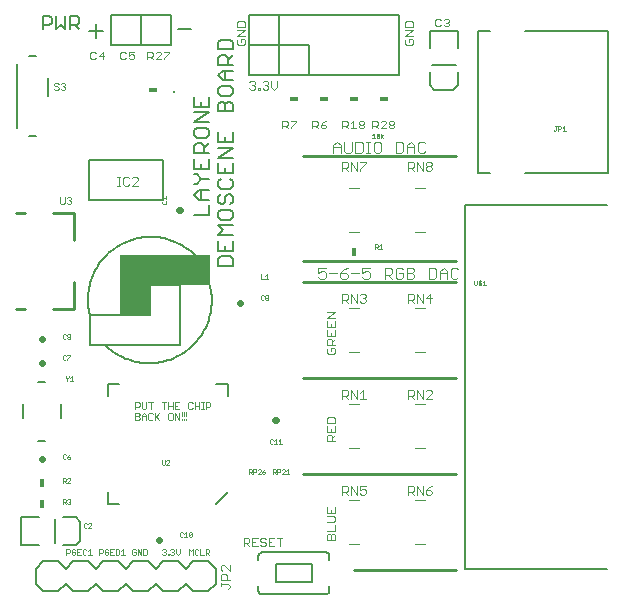
<source format=gto>
G75*
%MOIN*%
%OFA0B0*%
%FSLAX24Y24*%
%IPPOS*%
%LPD*%
%AMOC8*
5,1,8,0,0,1.08239X$1,22.5*
%
%ADD10C,0.0070*%
%ADD11C,0.0060*%
%ADD12C,0.0100*%
%ADD13C,0.0030*%
%ADD14C,0.0020*%
%ADD15C,0.0080*%
%ADD16C,0.0050*%
%ADD17C,0.0040*%
%ADD18C,0.0010*%
%ADD19R,0.0300X0.0180*%
%ADD20R,0.0098X0.0098*%
%ADD21C,0.0220*%
%ADD22R,0.0180X0.0300*%
%ADD23R,0.3000X0.1000*%
%ADD24R,0.1000X0.1000*%
D10*
X007402Y011195D02*
X007402Y011440D01*
X007484Y011522D01*
X007811Y011522D01*
X007892Y011440D01*
X007892Y011195D01*
X007402Y011195D01*
X007402Y011711D02*
X007892Y011711D01*
X007892Y012038D01*
X007892Y012226D02*
X007402Y012226D01*
X007565Y012390D01*
X007402Y012553D01*
X007892Y012553D01*
X007811Y012742D02*
X007892Y012824D01*
X007892Y012987D01*
X007811Y013069D01*
X007484Y013069D01*
X007402Y012987D01*
X007402Y012824D01*
X007484Y012742D01*
X007811Y012742D01*
X007811Y013258D02*
X007892Y013339D01*
X007892Y013503D01*
X007811Y013585D01*
X007729Y013585D01*
X007647Y013503D01*
X007647Y013339D01*
X007565Y013258D01*
X007484Y013258D01*
X007402Y013339D01*
X007402Y013503D01*
X007484Y013585D01*
X007484Y013773D02*
X007811Y013773D01*
X007892Y013855D01*
X007892Y014018D01*
X007811Y014100D01*
X007892Y014289D02*
X007402Y014289D01*
X007402Y014616D01*
X007402Y014804D02*
X007892Y015131D01*
X007402Y015131D01*
X007402Y015320D02*
X007892Y015320D01*
X007892Y015647D01*
X007647Y015484D02*
X007647Y015320D01*
X007402Y015320D02*
X007402Y015647D01*
X007092Y015718D02*
X007092Y015555D01*
X007011Y015473D01*
X006684Y015473D01*
X006602Y015555D01*
X006602Y015718D01*
X006684Y015800D01*
X007011Y015800D01*
X007092Y015718D01*
X007092Y015989D02*
X006602Y015989D01*
X007092Y016316D01*
X006602Y016316D01*
X006602Y016504D02*
X007092Y016504D01*
X007092Y016831D01*
X006847Y016668D02*
X006847Y016504D01*
X006602Y016504D02*
X006602Y016831D01*
X007402Y016949D02*
X007484Y016867D01*
X007811Y016867D01*
X007892Y016949D01*
X007892Y017112D01*
X007811Y017194D01*
X007484Y017194D01*
X007402Y017112D01*
X007402Y016949D01*
X007484Y016678D02*
X007565Y016678D01*
X007647Y016597D01*
X007647Y016351D01*
X007402Y016351D02*
X007402Y016597D01*
X007484Y016678D01*
X007647Y016597D02*
X007729Y016678D01*
X007811Y016678D01*
X007892Y016597D01*
X007892Y016351D01*
X007402Y016351D01*
X007565Y017383D02*
X007402Y017546D01*
X007565Y017710D01*
X007892Y017710D01*
X007892Y017898D02*
X007402Y017898D01*
X007402Y018144D01*
X007484Y018225D01*
X007647Y018225D01*
X007729Y018144D01*
X007729Y017898D01*
X007729Y018062D02*
X007892Y018225D01*
X007892Y018414D02*
X007892Y018659D01*
X007811Y018741D01*
X007484Y018741D01*
X007402Y018659D01*
X007402Y018414D01*
X007892Y018414D01*
X007647Y017710D02*
X007647Y017383D01*
X007565Y017383D02*
X007892Y017383D01*
X007092Y015285D02*
X006929Y015121D01*
X006929Y015203D02*
X006929Y014958D01*
X007092Y014958D02*
X006602Y014958D01*
X006602Y015203D01*
X006684Y015285D01*
X006847Y015285D01*
X006929Y015203D01*
X007092Y014769D02*
X007092Y014442D01*
X006602Y014442D01*
X006602Y014769D01*
X006847Y014605D02*
X006847Y014442D01*
X006684Y014253D02*
X006602Y014253D01*
X006684Y014253D02*
X006847Y014090D01*
X007092Y014090D01*
X006847Y014090D02*
X006684Y013926D01*
X006602Y013926D01*
X006765Y013738D02*
X007092Y013738D01*
X006847Y013738D02*
X006847Y013411D01*
X006765Y013411D02*
X006602Y013574D01*
X006765Y013738D01*
X006765Y013411D02*
X007092Y013411D01*
X007092Y013222D02*
X007092Y012895D01*
X006602Y012895D01*
X007402Y012038D02*
X007402Y011711D01*
X007647Y011711D02*
X007647Y011874D01*
X007484Y013773D02*
X007402Y013855D01*
X007402Y014018D01*
X007484Y014100D01*
X007647Y014289D02*
X007647Y014452D01*
X007892Y014289D02*
X007892Y014616D01*
X007892Y014804D02*
X007402Y014804D01*
D11*
X005557Y014741D02*
X005557Y013379D01*
X003097Y013379D01*
X003097Y014741D01*
X005557Y014741D01*
X008427Y017560D02*
X008427Y018560D01*
X009427Y018560D01*
X009427Y017560D01*
X008427Y017560D01*
X009427Y017560D02*
X010427Y017560D01*
X010427Y018560D01*
X009427Y018560D01*
X009427Y019560D01*
X008427Y019560D01*
X008427Y018560D01*
X009427Y018560D02*
X009427Y019560D01*
X013427Y019560D01*
X013427Y017560D01*
X010427Y017560D01*
X009427Y017560D02*
X009427Y018560D01*
X006484Y019110D02*
X006057Y019110D01*
X005827Y019560D02*
X004827Y019560D01*
X004827Y018560D01*
X003827Y018560D01*
X003827Y019560D01*
X004827Y019560D01*
X005827Y019560D02*
X005827Y018560D01*
X004827Y018560D01*
X003581Y019024D02*
X003114Y019024D01*
X003347Y019257D02*
X003347Y018790D01*
D12*
X010227Y014860D02*
X015327Y014860D01*
X015327Y011360D02*
X010227Y011360D01*
X010227Y010660D02*
X015327Y010660D01*
X015327Y007460D02*
X010227Y007460D01*
X010227Y004260D02*
X015327Y004260D01*
X015327Y001060D02*
X011927Y001060D01*
X002608Y009746D02*
X001900Y009746D01*
X002608Y009746D02*
X002608Y010651D01*
X002608Y012069D02*
X002608Y012974D01*
X001900Y012974D01*
X000955Y012974D02*
X000679Y012974D01*
X000679Y009746D02*
X000955Y009746D01*
D13*
X004042Y013875D02*
X004139Y013875D01*
X004091Y013875D02*
X004091Y014165D01*
X004139Y014165D02*
X004042Y014165D01*
X004239Y014117D02*
X004239Y013923D01*
X004287Y013875D01*
X004384Y013875D01*
X004432Y013923D01*
X004533Y013875D02*
X004727Y014068D01*
X004727Y014117D01*
X004679Y014165D01*
X004582Y014165D01*
X004533Y014117D01*
X004432Y014117D02*
X004384Y014165D01*
X004287Y014165D01*
X004239Y014117D01*
X004533Y013875D02*
X004727Y013875D01*
X008442Y017123D02*
X008491Y017075D01*
X008587Y017075D01*
X008636Y017123D01*
X008636Y017172D01*
X008587Y017220D01*
X008539Y017220D01*
X008587Y017220D02*
X008636Y017268D01*
X008636Y017317D01*
X008587Y017365D01*
X008491Y017365D01*
X008442Y017317D01*
X008737Y017123D02*
X008785Y017123D01*
X008785Y017075D01*
X008737Y017075D01*
X008737Y017123D01*
X008884Y017123D02*
X008933Y017075D01*
X009029Y017075D01*
X009078Y017123D01*
X009078Y017172D01*
X009029Y017220D01*
X008981Y017220D01*
X009029Y017220D02*
X009078Y017268D01*
X009078Y017317D01*
X009029Y017365D01*
X008933Y017365D01*
X008884Y017317D01*
X009179Y017365D02*
X009179Y017172D01*
X009276Y017075D01*
X009372Y017172D01*
X009372Y017365D01*
X008264Y018575D02*
X008070Y018575D01*
X008022Y018623D01*
X008022Y018720D01*
X008070Y018768D01*
X008167Y018768D02*
X008167Y018672D01*
X008167Y018768D02*
X008264Y018768D01*
X008312Y018720D01*
X008312Y018623D01*
X008264Y018575D01*
X008312Y018870D02*
X008022Y018870D01*
X008312Y019063D01*
X008022Y019063D01*
X008022Y019164D02*
X008022Y019309D01*
X008070Y019358D01*
X008264Y019358D01*
X008312Y019309D01*
X008312Y019164D01*
X008022Y019164D01*
X011366Y015345D02*
X011242Y015222D01*
X011242Y014975D01*
X011242Y015160D02*
X011489Y015160D01*
X011489Y015222D02*
X011489Y014975D01*
X011611Y015037D02*
X011672Y014975D01*
X011796Y014975D01*
X011858Y015037D01*
X011858Y015345D01*
X011979Y015345D02*
X012164Y015345D01*
X012226Y015284D01*
X012226Y015037D01*
X012164Y014975D01*
X011979Y014975D01*
X011979Y015345D01*
X011611Y015345D02*
X011611Y015037D01*
X011489Y015222D02*
X011366Y015345D01*
X011542Y014665D02*
X011687Y014665D01*
X011736Y014617D01*
X011736Y014520D01*
X011687Y014472D01*
X011542Y014472D01*
X011542Y014375D02*
X011542Y014665D01*
X011639Y014472D02*
X011736Y014375D01*
X011837Y014375D02*
X011837Y014665D01*
X012031Y014375D01*
X012031Y014665D01*
X012132Y014665D02*
X012325Y014665D01*
X012325Y014617D01*
X012132Y014423D01*
X012132Y014375D01*
X012347Y014975D02*
X012471Y014975D01*
X012409Y014975D02*
X012409Y015345D01*
X012347Y015345D02*
X012471Y015345D01*
X012593Y015284D02*
X012593Y015037D01*
X012655Y014975D01*
X012778Y014975D01*
X012840Y015037D01*
X012840Y015284D01*
X012778Y015345D01*
X012655Y015345D01*
X012593Y015284D01*
X013329Y015345D02*
X013329Y014975D01*
X013515Y014975D01*
X013576Y015037D01*
X013576Y015284D01*
X013515Y015345D01*
X013329Y015345D01*
X013698Y015222D02*
X013821Y015345D01*
X013945Y015222D01*
X013945Y014975D01*
X014066Y015037D02*
X014128Y014975D01*
X014251Y014975D01*
X014313Y015037D01*
X014313Y015284D02*
X014251Y015345D01*
X014128Y015345D01*
X014066Y015284D01*
X014066Y015037D01*
X013945Y015160D02*
X013698Y015160D01*
X013698Y015222D02*
X013698Y014975D01*
X013742Y014665D02*
X013887Y014665D01*
X013936Y014617D01*
X013936Y014520D01*
X013887Y014472D01*
X013742Y014472D01*
X013742Y014375D02*
X013742Y014665D01*
X013839Y014472D02*
X013936Y014375D01*
X014037Y014375D02*
X014037Y014665D01*
X014231Y014375D01*
X014231Y014665D01*
X014332Y014617D02*
X014332Y014568D01*
X014380Y014520D01*
X014477Y014520D01*
X014525Y014472D01*
X014525Y014423D01*
X014477Y014375D01*
X014380Y014375D01*
X014332Y014423D01*
X014332Y014472D01*
X014380Y014520D01*
X014477Y014520D02*
X014525Y014568D01*
X014525Y014617D01*
X014477Y014665D01*
X014380Y014665D01*
X014332Y014617D01*
X014426Y011145D02*
X014611Y011145D01*
X014672Y011084D01*
X014672Y010837D01*
X014611Y010775D01*
X014426Y010775D01*
X014426Y011145D01*
X014794Y011022D02*
X014794Y010775D01*
X014794Y010960D02*
X015041Y010960D01*
X015041Y011022D02*
X014917Y011145D01*
X014794Y011022D01*
X015041Y011022D02*
X015041Y010775D01*
X015162Y010837D02*
X015224Y010775D01*
X015347Y010775D01*
X015409Y010837D01*
X015409Y011084D02*
X015347Y011145D01*
X015224Y011145D01*
X015162Y011084D01*
X015162Y010837D01*
X014477Y010265D02*
X014332Y010120D01*
X014525Y010120D01*
X014477Y009975D02*
X014477Y010265D01*
X014231Y010265D02*
X014231Y009975D01*
X014037Y010265D01*
X014037Y009975D01*
X013936Y009975D02*
X013839Y010072D01*
X013887Y010072D02*
X013742Y010072D01*
X013742Y009975D02*
X013742Y010265D01*
X013887Y010265D01*
X013936Y010217D01*
X013936Y010120D01*
X013887Y010072D01*
X013874Y010775D02*
X013689Y010775D01*
X013689Y011145D01*
X013874Y011145D01*
X013936Y011084D01*
X013936Y011022D01*
X013874Y010960D01*
X013689Y010960D01*
X013567Y010960D02*
X013444Y010960D01*
X013567Y010960D02*
X013567Y010837D01*
X013506Y010775D01*
X013382Y010775D01*
X013321Y010837D01*
X013321Y011084D01*
X013382Y011145D01*
X013506Y011145D01*
X013567Y011084D01*
X013874Y010960D02*
X013936Y010898D01*
X013936Y010837D01*
X013874Y010775D01*
X013199Y010775D02*
X013076Y010898D01*
X013137Y010898D02*
X012952Y010898D01*
X012952Y010775D02*
X012952Y011145D01*
X013137Y011145D01*
X013199Y011084D01*
X013199Y010960D01*
X013137Y010898D01*
X012462Y010837D02*
X012401Y010775D01*
X012277Y010775D01*
X012216Y010837D01*
X012216Y010960D02*
X012339Y011022D01*
X012401Y011022D01*
X012462Y010960D01*
X012462Y010837D01*
X012216Y010960D02*
X012216Y011145D01*
X012462Y011145D01*
X012094Y010960D02*
X011847Y010960D01*
X011726Y010898D02*
X011664Y010960D01*
X011479Y010960D01*
X011479Y010837D01*
X011541Y010775D01*
X011664Y010775D01*
X011726Y010837D01*
X011726Y010898D01*
X011602Y011084D02*
X011479Y010960D01*
X011358Y010960D02*
X011111Y010960D01*
X010989Y010960D02*
X010928Y011022D01*
X010866Y011022D01*
X010742Y010960D01*
X010742Y011145D01*
X010989Y011145D01*
X010989Y010960D02*
X010989Y010837D01*
X010928Y010775D01*
X010804Y010775D01*
X010742Y010837D01*
X011602Y011084D02*
X011726Y011145D01*
X011687Y010265D02*
X011736Y010217D01*
X011736Y010120D01*
X011687Y010072D01*
X011542Y010072D01*
X011542Y009975D02*
X011542Y010265D01*
X011687Y010265D01*
X011837Y010265D02*
X012031Y009975D01*
X012031Y010265D01*
X012132Y010217D02*
X012180Y010265D01*
X012277Y010265D01*
X012325Y010217D01*
X012325Y010168D01*
X012277Y010120D01*
X012325Y010072D01*
X012325Y010023D01*
X012277Y009975D01*
X012180Y009975D01*
X012132Y010023D01*
X012228Y010120D02*
X012277Y010120D01*
X011837Y009975D02*
X011837Y010265D01*
X011639Y010072D02*
X011736Y009975D01*
X011312Y009647D02*
X011022Y009647D01*
X011022Y009454D02*
X011312Y009647D01*
X011312Y009454D02*
X011022Y009454D01*
X011022Y009352D02*
X011022Y009159D01*
X011312Y009159D01*
X011312Y009352D01*
X011167Y009256D02*
X011167Y009159D01*
X011022Y009058D02*
X011022Y008864D01*
X011312Y008864D01*
X011312Y009058D01*
X011167Y008961D02*
X011167Y008864D01*
X011167Y008763D02*
X011216Y008715D01*
X011216Y008570D01*
X011312Y008570D02*
X011022Y008570D01*
X011022Y008715D01*
X011070Y008763D01*
X011167Y008763D01*
X011216Y008666D02*
X011312Y008763D01*
X011264Y008468D02*
X011167Y008468D01*
X011167Y008372D01*
X011070Y008468D02*
X011022Y008420D01*
X011022Y008323D01*
X011070Y008275D01*
X011264Y008275D01*
X011312Y008323D01*
X011312Y008420D01*
X011264Y008468D01*
X011542Y007065D02*
X011687Y007065D01*
X011736Y007017D01*
X011736Y006920D01*
X011687Y006872D01*
X011542Y006872D01*
X011542Y006775D02*
X011542Y007065D01*
X011639Y006872D02*
X011736Y006775D01*
X011837Y006775D02*
X011837Y007065D01*
X012031Y006775D01*
X012031Y007065D01*
X012132Y006968D02*
X012228Y007065D01*
X012228Y006775D01*
X012132Y006775D02*
X012325Y006775D01*
X011312Y006109D02*
X011312Y005964D01*
X011022Y005964D01*
X011022Y006109D01*
X011070Y006158D01*
X011264Y006158D01*
X011312Y006109D01*
X011312Y005863D02*
X011312Y005670D01*
X011022Y005670D01*
X011022Y005863D01*
X011167Y005766D02*
X011167Y005670D01*
X011167Y005568D02*
X011216Y005520D01*
X011216Y005375D01*
X011312Y005375D02*
X011022Y005375D01*
X011022Y005520D01*
X011070Y005568D01*
X011167Y005568D01*
X011216Y005472D02*
X011312Y005568D01*
X011542Y003865D02*
X011687Y003865D01*
X011736Y003817D01*
X011736Y003720D01*
X011687Y003672D01*
X011542Y003672D01*
X011542Y003575D02*
X011542Y003865D01*
X011639Y003672D02*
X011736Y003575D01*
X011837Y003575D02*
X011837Y003865D01*
X012031Y003575D01*
X012031Y003865D01*
X012132Y003865D02*
X012132Y003720D01*
X012228Y003768D01*
X012277Y003768D01*
X012325Y003720D01*
X012325Y003623D01*
X012277Y003575D01*
X012180Y003575D01*
X012132Y003623D01*
X012132Y003865D02*
X012325Y003865D01*
X011312Y003152D02*
X011312Y002959D01*
X011022Y002959D01*
X011022Y003152D01*
X011167Y003056D02*
X011167Y002959D01*
X011264Y002858D02*
X011022Y002858D01*
X011022Y002664D02*
X011264Y002664D01*
X011312Y002713D01*
X011312Y002809D01*
X011264Y002858D01*
X011312Y002563D02*
X011312Y002370D01*
X011022Y002370D01*
X011070Y002268D02*
X011022Y002220D01*
X011022Y002075D01*
X011312Y002075D01*
X011312Y002220D01*
X011264Y002268D01*
X011216Y002268D01*
X011167Y002220D01*
X011167Y002075D01*
X011167Y002220D02*
X011119Y002268D01*
X011070Y002268D01*
X013742Y003575D02*
X013742Y003865D01*
X013887Y003865D01*
X013936Y003817D01*
X013936Y003720D01*
X013887Y003672D01*
X013742Y003672D01*
X013839Y003672D02*
X013936Y003575D01*
X014037Y003575D02*
X014037Y003865D01*
X014231Y003575D01*
X014231Y003865D01*
X014332Y003720D02*
X014428Y003817D01*
X014525Y003865D01*
X014477Y003720D02*
X014332Y003720D01*
X014332Y003623D01*
X014380Y003575D01*
X014477Y003575D01*
X014525Y003623D01*
X014525Y003672D01*
X014477Y003720D01*
X014525Y006775D02*
X014332Y006775D01*
X014525Y006968D01*
X014525Y007017D01*
X014477Y007065D01*
X014380Y007065D01*
X014332Y007017D01*
X014231Y007065D02*
X014231Y006775D01*
X014037Y007065D01*
X014037Y006775D01*
X013936Y006775D02*
X013839Y006872D01*
X013887Y006872D02*
X013742Y006872D01*
X013742Y006775D02*
X013742Y007065D01*
X013887Y007065D01*
X013936Y007017D01*
X013936Y006920D01*
X013887Y006872D01*
X007792Y001228D02*
X007792Y001034D01*
X007599Y001228D01*
X007550Y001228D01*
X007502Y001179D01*
X007502Y001083D01*
X007550Y001034D01*
X007550Y000933D02*
X007647Y000933D01*
X007696Y000885D01*
X007696Y000740D01*
X007792Y000740D02*
X007502Y000740D01*
X007502Y000885D01*
X007550Y000933D01*
X007502Y000638D02*
X007502Y000542D01*
X007502Y000590D02*
X007744Y000590D01*
X007792Y000542D01*
X007792Y000493D01*
X007744Y000445D01*
X013670Y018575D02*
X013864Y018575D01*
X013912Y018623D01*
X013912Y018720D01*
X013864Y018768D01*
X013767Y018768D01*
X013767Y018672D01*
X013670Y018768D02*
X013622Y018720D01*
X013622Y018623D01*
X013670Y018575D01*
X013622Y018870D02*
X013912Y019063D01*
X013622Y019063D01*
X013622Y019164D02*
X013622Y019309D01*
X013670Y019358D01*
X013864Y019358D01*
X013912Y019309D01*
X013912Y019164D01*
X013622Y019164D01*
X013622Y018870D02*
X013912Y018870D01*
D14*
X012832Y015610D02*
X012832Y015470D01*
X012832Y015517D02*
X012902Y015563D01*
X012832Y015517D02*
X012902Y015470D01*
X012778Y015493D02*
X012755Y015470D01*
X012708Y015470D01*
X012685Y015493D01*
X012778Y015587D01*
X012778Y015493D01*
X012685Y015493D02*
X012685Y015587D01*
X012708Y015610D01*
X012755Y015610D01*
X012778Y015587D01*
X012631Y015470D02*
X012537Y015470D01*
X012584Y015470D02*
X012584Y015610D01*
X012537Y015563D01*
X015937Y010710D02*
X015937Y010593D01*
X015961Y010570D01*
X016007Y010570D01*
X016031Y010593D01*
X016031Y010710D01*
X016085Y010687D02*
X016108Y010710D01*
X016155Y010710D01*
X016178Y010687D01*
X016155Y010640D02*
X016108Y010640D01*
X016085Y010663D01*
X016085Y010687D01*
X016131Y010733D02*
X016131Y010547D01*
X016108Y010570D02*
X016155Y010570D01*
X016178Y010593D01*
X016178Y010617D01*
X016155Y010640D01*
X016232Y010663D02*
X016279Y010710D01*
X016279Y010570D01*
X016325Y010570D02*
X016232Y010570D01*
X016108Y010570D02*
X016085Y010593D01*
X007141Y006613D02*
X007141Y006540D01*
X007105Y006503D01*
X006995Y006503D01*
X006995Y006430D02*
X006995Y006650D01*
X007105Y006650D01*
X007141Y006613D01*
X006921Y006650D02*
X006847Y006650D01*
X006884Y006650D02*
X006884Y006430D01*
X006847Y006430D02*
X006921Y006430D01*
X006773Y006430D02*
X006773Y006650D01*
X006773Y006540D02*
X006626Y006540D01*
X006552Y006467D02*
X006515Y006430D01*
X006442Y006430D01*
X006405Y006467D01*
X006405Y006613D01*
X006442Y006650D01*
X006515Y006650D01*
X006552Y006613D01*
X006626Y006650D02*
X006626Y006430D01*
X006332Y006327D02*
X006332Y006180D01*
X006332Y006107D02*
X006332Y006070D01*
X006258Y006070D02*
X006258Y006107D01*
X006258Y006180D02*
X006258Y006327D01*
X006184Y006327D02*
X006184Y006180D01*
X006184Y006107D02*
X006184Y006070D01*
X006110Y006070D02*
X006110Y006290D01*
X006110Y006430D02*
X005963Y006430D01*
X005963Y006650D01*
X006110Y006650D01*
X006037Y006540D02*
X005963Y006540D01*
X005889Y006540D02*
X005742Y006540D01*
X005742Y006430D02*
X005742Y006650D01*
X005668Y006650D02*
X005521Y006650D01*
X005595Y006650D02*
X005595Y006430D01*
X005447Y006290D02*
X005300Y006143D01*
X005337Y006180D02*
X005447Y006070D01*
X005300Y006070D02*
X005300Y006290D01*
X005226Y006253D02*
X005189Y006290D01*
X005116Y006290D01*
X005079Y006253D01*
X005079Y006107D01*
X005116Y006070D01*
X005189Y006070D01*
X005226Y006107D01*
X005005Y006070D02*
X005005Y006217D01*
X004932Y006290D01*
X004858Y006217D01*
X004858Y006070D01*
X004784Y006107D02*
X004747Y006070D01*
X004637Y006070D01*
X004637Y006290D01*
X004747Y006290D01*
X004784Y006253D01*
X004784Y006217D01*
X004747Y006180D01*
X004637Y006180D01*
X004747Y006180D02*
X004784Y006143D01*
X004784Y006107D01*
X004858Y006180D02*
X005005Y006180D01*
X004968Y006430D02*
X004895Y006430D01*
X004858Y006467D01*
X004858Y006650D01*
X004784Y006613D02*
X004784Y006540D01*
X004747Y006503D01*
X004637Y006503D01*
X004637Y006430D02*
X004637Y006650D01*
X004747Y006650D01*
X004784Y006613D01*
X005005Y006650D02*
X005005Y006467D01*
X004968Y006430D01*
X005153Y006430D02*
X005153Y006650D01*
X005226Y006650D02*
X005079Y006650D01*
X005742Y006253D02*
X005742Y006107D01*
X005779Y006070D01*
X005852Y006070D01*
X005889Y006107D01*
X005889Y006253D01*
X005852Y006290D01*
X005779Y006290D01*
X005742Y006253D01*
X005963Y006290D02*
X006110Y006070D01*
X005963Y006070D02*
X005963Y006290D01*
X005889Y006430D02*
X005889Y006650D01*
X008256Y002138D02*
X008396Y002138D01*
X008443Y002091D01*
X008443Y001998D01*
X008396Y001951D01*
X008256Y001951D01*
X008256Y001857D02*
X008256Y002138D01*
X008350Y001951D02*
X008443Y001857D01*
X008532Y001857D02*
X008719Y001857D01*
X008809Y001904D02*
X008855Y001857D01*
X008949Y001857D01*
X008996Y001904D01*
X008996Y001951D01*
X008949Y001998D01*
X008855Y001998D01*
X008809Y002044D01*
X008809Y002091D01*
X008855Y002138D01*
X008949Y002138D01*
X008996Y002091D01*
X009085Y002138D02*
X009085Y001857D01*
X009272Y001857D01*
X009178Y001998D02*
X009085Y001998D01*
X009085Y002138D02*
X009272Y002138D01*
X009361Y002138D02*
X009548Y002138D01*
X009455Y002138D02*
X009455Y001857D01*
X008719Y002138D02*
X008532Y002138D01*
X008532Y001857D01*
X008532Y001998D02*
X008626Y001998D01*
X007110Y001720D02*
X007110Y001660D01*
X007080Y001630D01*
X006990Y001630D01*
X007050Y001630D02*
X007110Y001570D01*
X006990Y001570D02*
X006990Y001750D01*
X007080Y001750D01*
X007110Y001720D01*
X006926Y001570D02*
X006806Y001570D01*
X006806Y001750D01*
X006742Y001720D02*
X006712Y001750D01*
X006652Y001750D01*
X006622Y001720D01*
X006622Y001600D01*
X006652Y001570D01*
X006712Y001570D01*
X006742Y001600D01*
X006557Y001570D02*
X006557Y001750D01*
X006497Y001690D01*
X006437Y001750D01*
X006437Y001570D01*
X006118Y001630D02*
X006058Y001570D01*
X005998Y001630D01*
X005998Y001750D01*
X005934Y001720D02*
X005934Y001690D01*
X005904Y001660D01*
X005934Y001630D01*
X005934Y001600D01*
X005904Y001570D01*
X005844Y001570D01*
X005814Y001600D01*
X005752Y001600D02*
X005752Y001570D01*
X005722Y001570D01*
X005722Y001600D01*
X005752Y001600D01*
X005657Y001600D02*
X005627Y001570D01*
X005567Y001570D01*
X005537Y001600D01*
X005597Y001660D02*
X005627Y001660D01*
X005657Y001630D01*
X005657Y001600D01*
X005627Y001660D02*
X005657Y001690D01*
X005657Y001720D01*
X005627Y001750D01*
X005567Y001750D01*
X005537Y001720D01*
X005814Y001720D02*
X005844Y001750D01*
X005904Y001750D01*
X005934Y001720D01*
X005904Y001660D02*
X005874Y001660D01*
X006118Y001630D02*
X006118Y001750D01*
X005026Y001720D02*
X005026Y001600D01*
X004996Y001570D01*
X004906Y001570D01*
X004906Y001750D01*
X004996Y001750D01*
X005026Y001720D01*
X004842Y001750D02*
X004842Y001570D01*
X004722Y001750D01*
X004722Y001570D01*
X004657Y001600D02*
X004657Y001660D01*
X004597Y001660D01*
X004537Y001720D02*
X004537Y001600D01*
X004567Y001570D01*
X004627Y001570D01*
X004657Y001600D01*
X004657Y001720D02*
X004627Y001750D01*
X004567Y001750D01*
X004537Y001720D01*
X004294Y001570D02*
X004174Y001570D01*
X004234Y001570D02*
X004234Y001750D01*
X004174Y001690D01*
X004110Y001720D02*
X004110Y001600D01*
X004080Y001570D01*
X003990Y001570D01*
X003990Y001750D01*
X004080Y001750D01*
X004110Y001720D01*
X003926Y001750D02*
X003806Y001750D01*
X003806Y001570D01*
X003926Y001570D01*
X003866Y001660D02*
X003806Y001660D01*
X003742Y001660D02*
X003682Y001660D01*
X003742Y001660D02*
X003742Y001600D01*
X003712Y001570D01*
X003652Y001570D01*
X003622Y001600D01*
X003622Y001720D01*
X003652Y001750D01*
X003712Y001750D01*
X003742Y001720D01*
X003557Y001720D02*
X003557Y001660D01*
X003527Y001630D01*
X003437Y001630D01*
X003437Y001570D02*
X003437Y001750D01*
X003527Y001750D01*
X003557Y001720D01*
X003194Y001570D02*
X003074Y001570D01*
X003134Y001570D02*
X003134Y001750D01*
X003074Y001690D01*
X003010Y001720D02*
X002980Y001750D01*
X002920Y001750D01*
X002890Y001720D01*
X002890Y001600D01*
X002920Y001570D01*
X002980Y001570D01*
X003010Y001600D01*
X002826Y001570D02*
X002706Y001570D01*
X002706Y001750D01*
X002826Y001750D01*
X002766Y001660D02*
X002706Y001660D01*
X002642Y001660D02*
X002642Y001600D01*
X002612Y001570D01*
X002552Y001570D01*
X002522Y001600D01*
X002522Y001720D01*
X002552Y001750D01*
X002612Y001750D01*
X002642Y001720D01*
X002642Y001660D02*
X002582Y001660D01*
X002457Y001660D02*
X002427Y001630D01*
X002337Y001630D01*
X002337Y001570D02*
X002337Y001750D01*
X002427Y001750D01*
X002457Y001720D01*
X002457Y001660D01*
X002468Y013270D02*
X002395Y013270D01*
X002358Y013307D01*
X002284Y013307D02*
X002284Y013490D01*
X002358Y013453D02*
X002395Y013490D01*
X002468Y013490D01*
X002505Y013453D01*
X002505Y013417D01*
X002468Y013380D01*
X002505Y013343D01*
X002505Y013307D01*
X002468Y013270D01*
X002468Y013380D02*
X002432Y013380D01*
X002284Y013307D02*
X002247Y013270D01*
X002174Y013270D01*
X002137Y013307D01*
X002137Y013490D01*
X002195Y017070D02*
X002158Y017107D01*
X002195Y017070D02*
X002268Y017070D01*
X002305Y017107D01*
X002305Y017143D01*
X002268Y017180D01*
X002232Y017180D01*
X002268Y017180D02*
X002305Y017217D01*
X002305Y017253D01*
X002268Y017290D01*
X002195Y017290D01*
X002158Y017253D01*
X002084Y017253D02*
X002047Y017290D01*
X001974Y017290D01*
X001937Y017253D01*
X001937Y017217D01*
X001974Y017180D01*
X002047Y017180D01*
X002084Y017143D01*
X002084Y017107D01*
X002047Y017070D01*
X001974Y017070D01*
X001937Y017107D01*
D15*
X001327Y001110D02*
X001327Y000610D01*
X001577Y000360D01*
X002077Y000360D01*
X002327Y000610D01*
X002577Y000360D01*
X003077Y000360D01*
X003327Y000610D01*
X003577Y000360D01*
X004077Y000360D01*
X004327Y000610D01*
X004577Y000360D01*
X005077Y000360D01*
X005327Y000610D01*
X005577Y000360D01*
X006077Y000360D01*
X006327Y000610D01*
X006577Y000360D01*
X007077Y000360D01*
X007327Y000610D01*
X007327Y001110D01*
X007077Y001360D01*
X006577Y001360D01*
X006327Y001110D01*
X006077Y001360D01*
X005577Y001360D01*
X005327Y001110D01*
X005077Y001360D01*
X004577Y001360D01*
X004327Y001110D01*
X004077Y001360D01*
X003577Y001360D01*
X003327Y001110D01*
X003077Y001360D01*
X002577Y001360D01*
X002327Y001110D01*
X002077Y001360D01*
X001577Y001360D01*
X001327Y001110D01*
X001434Y001888D02*
X000843Y001888D01*
X000843Y002832D01*
X001434Y002832D01*
X002221Y002832D02*
X002654Y002832D01*
X002812Y002675D01*
X002812Y002045D01*
X002654Y001888D01*
X002221Y001888D01*
X003719Y003252D02*
X003719Y003646D01*
X003719Y003252D02*
X004113Y003252D01*
X001645Y005376D02*
X001409Y005376D01*
X000897Y006124D02*
X000897Y006596D01*
X001409Y007344D02*
X001645Y007344D01*
X002157Y006596D02*
X002157Y006124D01*
X003719Y006874D02*
X003719Y007268D01*
X004113Y007268D01*
X003627Y008560D02*
X003127Y008560D01*
X003127Y009560D01*
X005127Y009560D01*
X005127Y010560D01*
X006127Y010560D01*
X006127Y008560D01*
X003627Y008560D01*
X003627Y008561D02*
X003693Y008498D01*
X003761Y008439D01*
X003832Y008382D01*
X003906Y008329D01*
X003981Y008279D01*
X004059Y008232D01*
X004138Y008188D01*
X004220Y008148D01*
X004303Y008112D01*
X004387Y008079D01*
X004473Y008050D01*
X004560Y008025D01*
X004648Y008003D01*
X004737Y007986D01*
X004827Y007972D01*
X004917Y007962D01*
X005007Y007956D01*
X005098Y007954D01*
X005188Y007956D01*
X005279Y007962D01*
X005369Y007971D01*
X005459Y007985D01*
X005547Y008002D01*
X005636Y008024D01*
X005723Y008049D01*
X005809Y008078D01*
X005893Y008110D01*
X005976Y008146D01*
X006058Y008186D01*
X006137Y008230D01*
X006215Y008276D01*
X006291Y008326D01*
X006364Y008379D01*
X006435Y008436D01*
X006504Y008495D01*
X006569Y008557D01*
X006633Y008622D01*
X006693Y008690D01*
X006750Y008761D01*
X006804Y008833D01*
X006855Y008908D01*
X006903Y008985D01*
X006947Y009064D01*
X006988Y009145D01*
X007025Y009228D01*
X007058Y009312D01*
X007088Y009398D01*
X007115Y009485D01*
X007137Y009572D01*
X007155Y009661D01*
X007170Y009751D01*
X007181Y009841D01*
X007188Y009931D01*
X007191Y010022D01*
X007190Y010112D01*
X007185Y010203D01*
X007176Y010293D01*
X007164Y010383D01*
X007147Y010472D01*
X007127Y010560D01*
X006627Y011559D02*
X006561Y011622D01*
X006493Y011681D01*
X006422Y011738D01*
X006348Y011791D01*
X006273Y011841D01*
X006195Y011888D01*
X006116Y011932D01*
X006034Y011972D01*
X005951Y012008D01*
X005867Y012041D01*
X005781Y012070D01*
X005694Y012095D01*
X005606Y012117D01*
X005517Y012134D01*
X005427Y012148D01*
X005337Y012158D01*
X005247Y012164D01*
X005156Y012166D01*
X005066Y012164D01*
X004975Y012158D01*
X004885Y012149D01*
X004795Y012135D01*
X004707Y012118D01*
X004618Y012096D01*
X004531Y012071D01*
X004445Y012042D01*
X004361Y012010D01*
X004278Y011974D01*
X004196Y011934D01*
X004117Y011890D01*
X004039Y011844D01*
X003963Y011794D01*
X003890Y011741D01*
X003819Y011684D01*
X003750Y011625D01*
X003685Y011563D01*
X003621Y011498D01*
X003561Y011430D01*
X003504Y011359D01*
X003450Y011287D01*
X003399Y011212D01*
X003351Y011135D01*
X003307Y011056D01*
X003266Y010975D01*
X003229Y010892D01*
X003196Y010808D01*
X003166Y010722D01*
X003139Y010635D01*
X003117Y010548D01*
X003099Y010459D01*
X003084Y010369D01*
X003073Y010279D01*
X003066Y010189D01*
X003063Y010098D01*
X003064Y010008D01*
X003069Y009917D01*
X003078Y009827D01*
X003090Y009737D01*
X003107Y009648D01*
X003127Y009560D01*
X007342Y007268D02*
X007735Y007268D01*
X007735Y006874D01*
X007735Y003646D02*
X007342Y003252D01*
X015628Y001097D02*
X015628Y013223D01*
X020364Y013223D01*
X020405Y014298D02*
X020405Y019022D01*
X017649Y019022D01*
X016468Y019022D02*
X016075Y019022D01*
X016075Y014298D01*
X016468Y014298D01*
X017649Y014298D02*
X020405Y014298D01*
X015400Y017233D02*
X015242Y017076D01*
X014612Y017076D01*
X014455Y017233D01*
X014455Y017666D01*
X014455Y018454D02*
X014455Y019044D01*
X015400Y019044D01*
X015400Y018454D01*
X015400Y017666D02*
X015400Y017233D01*
X001739Y017451D02*
X001739Y016860D01*
X000716Y017923D02*
X000716Y015797D01*
X001109Y015541D02*
X001345Y015541D01*
X001345Y018179D02*
X001109Y018179D01*
X015628Y001097D02*
X020364Y001097D01*
D16*
X011108Y001393D02*
X011108Y001551D01*
X011107Y001568D01*
X011102Y001585D01*
X011095Y001600D01*
X011085Y001614D01*
X011073Y001626D01*
X011059Y001636D01*
X011044Y001643D01*
X011027Y001648D01*
X011010Y001649D01*
X008884Y001649D01*
X008863Y001651D01*
X008842Y001649D01*
X008822Y001643D01*
X008803Y001634D01*
X008786Y001622D01*
X008771Y001607D01*
X008760Y001590D01*
X008751Y001571D01*
X008746Y001551D01*
X008746Y001393D01*
X009337Y001255D02*
X009337Y000665D01*
X010518Y000665D01*
X010518Y001255D01*
X009337Y001255D01*
X008746Y000527D02*
X008746Y000369D01*
X008747Y000369D02*
X008748Y000352D01*
X008753Y000335D01*
X008760Y000320D01*
X008770Y000306D01*
X008782Y000294D01*
X008796Y000284D01*
X008811Y000277D01*
X008828Y000272D01*
X008845Y000271D01*
X011010Y000271D01*
X011027Y000272D01*
X011044Y000277D01*
X011059Y000284D01*
X011073Y000294D01*
X011085Y000306D01*
X011095Y000320D01*
X011102Y000335D01*
X011107Y000352D01*
X011108Y000369D01*
X011108Y000527D01*
X001977Y001960D02*
X001977Y002760D01*
X014527Y017910D02*
X015327Y017910D01*
X002773Y019085D02*
X002623Y019235D01*
X002698Y019235D02*
X002473Y019235D01*
X002473Y019085D02*
X002473Y019535D01*
X002698Y019535D01*
X002773Y019460D01*
X002773Y019310D01*
X002698Y019235D01*
X002313Y019085D02*
X002313Y019535D01*
X002013Y019535D02*
X002013Y019085D01*
X002163Y019235D01*
X002313Y019085D01*
X001853Y019310D02*
X001853Y019460D01*
X001778Y019535D01*
X001552Y019535D01*
X001552Y019085D01*
X001552Y019235D02*
X001778Y019235D01*
X001853Y019310D01*
D17*
X003147Y018297D02*
X003147Y018123D01*
X003191Y018080D01*
X003277Y018080D01*
X003321Y018123D01*
X003424Y018210D02*
X003597Y018210D01*
X003554Y018080D02*
X003554Y018340D01*
X003424Y018210D01*
X003321Y018297D02*
X003277Y018340D01*
X003191Y018340D01*
X003147Y018297D01*
X004147Y018297D02*
X004147Y018123D01*
X004191Y018080D01*
X004277Y018080D01*
X004321Y018123D01*
X004424Y018123D02*
X004467Y018080D01*
X004554Y018080D01*
X004597Y018123D01*
X004597Y018210D01*
X004554Y018253D01*
X004510Y018253D01*
X004424Y018210D01*
X004424Y018340D01*
X004597Y018340D01*
X004321Y018297D02*
X004277Y018340D01*
X004191Y018340D01*
X004147Y018297D01*
X005047Y018340D02*
X005047Y018080D01*
X005047Y018167D02*
X005177Y018167D01*
X005221Y018210D01*
X005221Y018297D01*
X005177Y018340D01*
X005047Y018340D01*
X005134Y018167D02*
X005221Y018080D01*
X005324Y018080D02*
X005497Y018253D01*
X005497Y018297D01*
X005454Y018340D01*
X005367Y018340D01*
X005324Y018297D01*
X005324Y018080D02*
X005497Y018080D01*
X005600Y018080D02*
X005600Y018123D01*
X005773Y018297D01*
X005773Y018340D01*
X005600Y018340D01*
X009547Y016040D02*
X009547Y015780D01*
X009547Y015867D02*
X009677Y015867D01*
X009721Y015910D01*
X009721Y015997D01*
X009677Y016040D01*
X009547Y016040D01*
X009634Y015867D02*
X009721Y015780D01*
X009824Y015780D02*
X009824Y015823D01*
X009997Y015997D01*
X009997Y016040D01*
X009824Y016040D01*
X010547Y016040D02*
X010547Y015780D01*
X010547Y015867D02*
X010677Y015867D01*
X010721Y015910D01*
X010721Y015997D01*
X010677Y016040D01*
X010547Y016040D01*
X010634Y015867D02*
X010721Y015780D01*
X010824Y015823D02*
X010867Y015780D01*
X010954Y015780D01*
X010997Y015823D01*
X010997Y015867D01*
X010954Y015910D01*
X010824Y015910D01*
X010824Y015823D01*
X010824Y015910D02*
X010910Y015997D01*
X010997Y016040D01*
X011547Y016040D02*
X011547Y015780D01*
X011547Y015867D02*
X011677Y015867D01*
X011721Y015910D01*
X011721Y015997D01*
X011677Y016040D01*
X011547Y016040D01*
X011634Y015867D02*
X011721Y015780D01*
X011824Y015780D02*
X011997Y015780D01*
X011910Y015780D02*
X011910Y016040D01*
X011824Y015953D01*
X012100Y015953D02*
X012100Y015997D01*
X012143Y016040D01*
X012230Y016040D01*
X012273Y015997D01*
X012273Y015953D01*
X012230Y015910D01*
X012143Y015910D01*
X012100Y015953D01*
X012143Y015910D02*
X012100Y015867D01*
X012100Y015823D01*
X012143Y015780D01*
X012230Y015780D01*
X012273Y015823D01*
X012273Y015867D01*
X012230Y015910D01*
X012547Y015867D02*
X012677Y015867D01*
X012721Y015910D01*
X012721Y015997D01*
X012677Y016040D01*
X012547Y016040D01*
X012547Y015780D01*
X012634Y015867D02*
X012721Y015780D01*
X012824Y015780D02*
X012997Y015953D01*
X012997Y015997D01*
X012954Y016040D01*
X012867Y016040D01*
X012824Y015997D01*
X012824Y015780D02*
X012997Y015780D01*
X013100Y015823D02*
X013100Y015867D01*
X013143Y015910D01*
X013230Y015910D01*
X013273Y015867D01*
X013273Y015823D01*
X013230Y015780D01*
X013143Y015780D01*
X013100Y015823D01*
X013143Y015910D02*
X013100Y015953D01*
X013100Y015997D01*
X013143Y016040D01*
X013230Y016040D01*
X013273Y015997D01*
X013273Y015953D01*
X013230Y015910D01*
X013970Y013788D02*
X014285Y013788D01*
X014285Y012332D02*
X013970Y012332D01*
X012085Y012332D02*
X011770Y012332D01*
X011770Y013788D02*
X012085Y013788D01*
X012085Y009788D02*
X011770Y009788D01*
X011770Y008332D02*
X012085Y008332D01*
X013970Y008332D02*
X014285Y008332D01*
X014285Y009788D02*
X013970Y009788D01*
X013970Y006588D02*
X014285Y006588D01*
X014285Y005132D02*
X013970Y005132D01*
X012085Y005132D02*
X011770Y005132D01*
X011770Y006588D02*
X012085Y006588D01*
X012085Y003388D02*
X011770Y003388D01*
X011770Y001932D02*
X012085Y001932D01*
X013970Y001932D02*
X014285Y001932D01*
X014285Y003388D02*
X013970Y003388D01*
X014691Y019180D02*
X014777Y019180D01*
X014821Y019223D01*
X014924Y019223D02*
X014967Y019180D01*
X015054Y019180D01*
X015097Y019223D01*
X015097Y019267D01*
X015054Y019310D01*
X015010Y019310D01*
X015054Y019310D02*
X015097Y019353D01*
X015097Y019397D01*
X015054Y019440D01*
X014967Y019440D01*
X014924Y019397D01*
X014821Y019397D02*
X014777Y019440D01*
X014691Y019440D01*
X014647Y019397D01*
X014647Y019223D01*
X014691Y019180D01*
D18*
X018640Y015855D02*
X018690Y015855D01*
X018665Y015855D02*
X018665Y015730D01*
X018640Y015705D01*
X018615Y015705D01*
X018590Y015730D01*
X018738Y015705D02*
X018738Y015855D01*
X018813Y015855D01*
X018838Y015830D01*
X018838Y015780D01*
X018813Y015755D01*
X018738Y015755D01*
X018885Y015705D02*
X018985Y015705D01*
X018935Y015705D02*
X018935Y015855D01*
X018885Y015805D01*
X012830Y011915D02*
X012830Y011765D01*
X012780Y011765D02*
X012880Y011765D01*
X012780Y011865D02*
X012830Y011915D01*
X012732Y011890D02*
X012732Y011840D01*
X012707Y011815D01*
X012632Y011815D01*
X012632Y011765D02*
X012632Y011915D01*
X012707Y011915D01*
X012732Y011890D01*
X012682Y011815D02*
X012732Y011765D01*
X009080Y010765D02*
X008980Y010765D01*
X008932Y010765D02*
X008832Y010765D01*
X008832Y010915D01*
X008980Y010865D02*
X009030Y010915D01*
X009030Y010765D01*
X009055Y010215D02*
X009080Y010190D01*
X009080Y010165D01*
X009055Y010140D01*
X009005Y010140D01*
X008980Y010165D01*
X008980Y010190D01*
X009005Y010215D01*
X009055Y010215D01*
X009055Y010140D02*
X009080Y010115D01*
X009080Y010090D01*
X009055Y010065D01*
X009005Y010065D01*
X008980Y010090D01*
X008980Y010115D01*
X009005Y010140D01*
X008932Y010090D02*
X008907Y010065D01*
X008857Y010065D01*
X008832Y010090D01*
X008832Y010190D01*
X008857Y010215D01*
X008907Y010215D01*
X008932Y010190D01*
X005682Y013295D02*
X005682Y013345D01*
X005657Y013370D01*
X005682Y013418D02*
X005682Y013518D01*
X005682Y013468D02*
X005532Y013468D01*
X005582Y013418D01*
X005557Y013370D02*
X005532Y013345D01*
X005532Y013295D01*
X005557Y013270D01*
X005657Y013270D01*
X005682Y013295D01*
X002455Y008915D02*
X002405Y008915D01*
X002380Y008890D01*
X002380Y008865D01*
X002405Y008840D01*
X002480Y008840D01*
X002480Y008790D02*
X002480Y008890D01*
X002455Y008915D01*
X002332Y008890D02*
X002307Y008915D01*
X002257Y008915D01*
X002232Y008890D01*
X002232Y008790D01*
X002257Y008765D01*
X002307Y008765D01*
X002332Y008790D01*
X002380Y008790D02*
X002405Y008765D01*
X002455Y008765D01*
X002480Y008790D01*
X002480Y008215D02*
X002380Y008215D01*
X002332Y008190D02*
X002307Y008215D01*
X002257Y008215D01*
X002232Y008190D01*
X002232Y008090D01*
X002257Y008065D01*
X002307Y008065D01*
X002332Y008090D01*
X002380Y008090D02*
X002380Y008065D01*
X002380Y008090D02*
X002480Y008190D01*
X002480Y008215D01*
X002432Y007515D02*
X002432Y007490D01*
X002382Y007440D01*
X002382Y007365D01*
X002382Y007440D02*
X002332Y007490D01*
X002332Y007515D01*
X002480Y007465D02*
X002530Y007515D01*
X002530Y007365D01*
X002480Y007365D02*
X002580Y007365D01*
X002480Y004915D02*
X002430Y004890D01*
X002380Y004840D01*
X002455Y004840D01*
X002480Y004815D01*
X002480Y004790D01*
X002455Y004765D01*
X002405Y004765D01*
X002380Y004790D01*
X002380Y004840D01*
X002332Y004790D02*
X002307Y004765D01*
X002257Y004765D01*
X002232Y004790D01*
X002232Y004890D01*
X002257Y004915D01*
X002307Y004915D01*
X002332Y004890D01*
X002307Y004115D02*
X002332Y004090D01*
X002332Y004040D01*
X002307Y004015D01*
X002232Y004015D01*
X002232Y003965D02*
X002232Y004115D01*
X002307Y004115D01*
X002380Y004090D02*
X002405Y004115D01*
X002455Y004115D01*
X002480Y004090D01*
X002480Y004065D01*
X002380Y003965D01*
X002480Y003965D01*
X002332Y003965D02*
X002282Y004015D01*
X002307Y003415D02*
X002332Y003390D01*
X002332Y003340D01*
X002307Y003315D01*
X002232Y003315D01*
X002232Y003265D02*
X002232Y003415D01*
X002307Y003415D01*
X002380Y003390D02*
X002405Y003415D01*
X002455Y003415D01*
X002480Y003390D01*
X002480Y003365D01*
X002455Y003340D01*
X002480Y003315D01*
X002480Y003290D01*
X002455Y003265D01*
X002405Y003265D01*
X002380Y003290D01*
X002332Y003265D02*
X002282Y003315D01*
X002430Y003340D02*
X002455Y003340D01*
X002957Y002615D02*
X002932Y002590D01*
X002932Y002490D01*
X002957Y002465D01*
X003007Y002465D01*
X003032Y002490D01*
X003080Y002465D02*
X003180Y002565D01*
X003180Y002590D01*
X003155Y002615D01*
X003105Y002615D01*
X003080Y002590D01*
X003032Y002590D02*
X003007Y002615D01*
X002957Y002615D01*
X003080Y002465D02*
X003180Y002465D01*
X005532Y004590D02*
X005557Y004565D01*
X005607Y004565D01*
X005632Y004590D01*
X005632Y004715D01*
X005680Y004690D02*
X005705Y004715D01*
X005755Y004715D01*
X005780Y004690D01*
X005780Y004665D01*
X005680Y004565D01*
X005780Y004565D01*
X005532Y004590D02*
X005532Y004715D01*
X006157Y002315D02*
X006132Y002290D01*
X006132Y002190D01*
X006157Y002165D01*
X006207Y002165D01*
X006232Y002190D01*
X006280Y002165D02*
X006380Y002165D01*
X006330Y002165D02*
X006330Y002315D01*
X006280Y002265D01*
X006232Y002290D02*
X006207Y002315D01*
X006157Y002315D01*
X006427Y002290D02*
X006427Y002190D01*
X006527Y002290D01*
X006527Y002190D01*
X006502Y002165D01*
X006452Y002165D01*
X006427Y002190D01*
X006427Y002290D02*
X006452Y002315D01*
X006502Y002315D01*
X006527Y002290D01*
X008432Y004265D02*
X008432Y004415D01*
X008507Y004415D01*
X008532Y004390D01*
X008532Y004340D01*
X008507Y004315D01*
X008432Y004315D01*
X008482Y004315D02*
X008532Y004265D01*
X008580Y004265D02*
X008580Y004415D01*
X008655Y004415D01*
X008680Y004390D01*
X008680Y004340D01*
X008655Y004315D01*
X008580Y004315D01*
X008727Y004265D02*
X008827Y004365D01*
X008827Y004390D01*
X008802Y004415D01*
X008752Y004415D01*
X008727Y004390D01*
X008727Y004265D02*
X008827Y004265D01*
X008874Y004290D02*
X008899Y004265D01*
X008949Y004265D01*
X008974Y004290D01*
X008974Y004315D01*
X008949Y004340D01*
X008874Y004340D01*
X008874Y004290D01*
X008874Y004340D02*
X008924Y004390D01*
X008974Y004415D01*
X009232Y004415D02*
X009232Y004265D01*
X009232Y004315D02*
X009307Y004315D01*
X009332Y004340D01*
X009332Y004390D01*
X009307Y004415D01*
X009232Y004415D01*
X009282Y004315D02*
X009332Y004265D01*
X009380Y004265D02*
X009380Y004415D01*
X009455Y004415D01*
X009480Y004390D01*
X009480Y004340D01*
X009455Y004315D01*
X009380Y004315D01*
X009527Y004265D02*
X009627Y004365D01*
X009627Y004390D01*
X009602Y004415D01*
X009552Y004415D01*
X009527Y004390D01*
X009527Y004265D02*
X009627Y004265D01*
X009674Y004265D02*
X009774Y004265D01*
X009724Y004265D02*
X009724Y004415D01*
X009674Y004365D01*
X009527Y005265D02*
X009427Y005265D01*
X009380Y005265D02*
X009280Y005265D01*
X009330Y005265D02*
X009330Y005415D01*
X009280Y005365D01*
X009232Y005390D02*
X009207Y005415D01*
X009157Y005415D01*
X009132Y005390D01*
X009132Y005290D01*
X009157Y005265D01*
X009207Y005265D01*
X009232Y005290D01*
X009427Y005365D02*
X009477Y005415D01*
X009477Y005265D01*
D19*
X009927Y016760D03*
X010927Y016760D03*
X011927Y016760D03*
X012927Y016760D03*
X005227Y017060D03*
D20*
X005927Y017011D03*
D21*
X006115Y013060D02*
X006139Y013060D01*
X008127Y009972D02*
X008127Y009948D01*
X009315Y006060D02*
X009339Y006060D01*
X005427Y002072D02*
X005427Y002048D01*
X001527Y004748D02*
X001527Y004772D01*
X001527Y007948D02*
X001527Y007972D01*
X001527Y008748D02*
X001527Y008772D01*
D22*
X001527Y003960D03*
X001527Y003260D03*
X011927Y011660D03*
D23*
X005627Y011060D03*
D24*
X004627Y010060D03*
M02*

</source>
